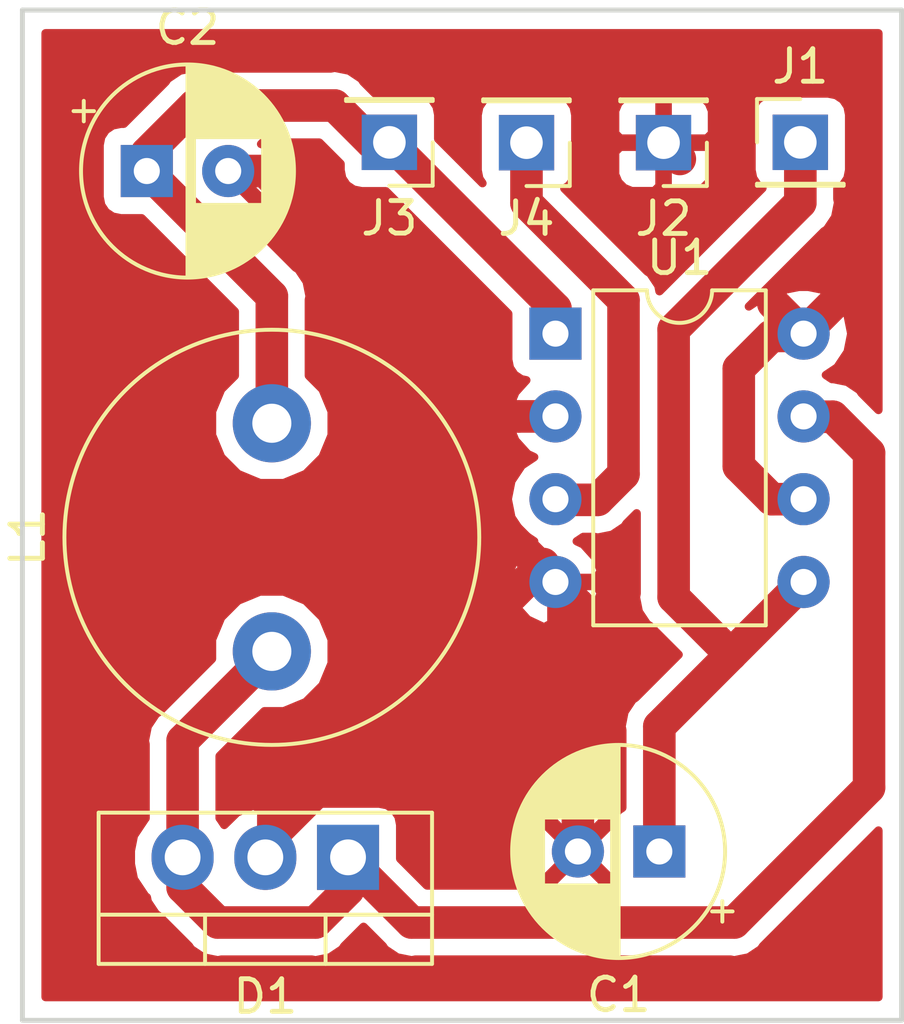
<source format=kicad_pcb>
(kicad_pcb (version 20171130) (host pcbnew "(5.0.0-3-g5ebb6b6)")

  (general
    (thickness 1.6)
    (drawings 4)
    (tracks 57)
    (zones 0)
    (modules 9)
    (nets 6)
  )

  (page A4)
  (layers
    (0 F.Cu signal)
    (31 B.Cu signal)
    (32 B.Adhes user)
    (33 F.Adhes user)
    (34 B.Paste user)
    (35 F.Paste user)
    (36 B.SilkS user)
    (37 F.SilkS user)
    (38 B.Mask user)
    (39 F.Mask user)
    (40 Dwgs.User user)
    (41 Cmts.User user)
    (42 Eco1.User user)
    (43 Eco2.User user)
    (44 Edge.Cuts user)
    (45 Margin user)
    (46 B.CrtYd user)
    (47 F.CrtYd user)
    (48 B.Fab user)
    (49 F.Fab user)
  )

  (setup
    (last_trace_width 1)
    (user_trace_width 1)
    (trace_clearance 0.2)
    (zone_clearance 0.508)
    (zone_45_only no)
    (trace_min 0.2)
    (segment_width 0.2)
    (edge_width 0.15)
    (via_size 0.8)
    (via_drill 0.4)
    (via_min_size 0.4)
    (via_min_drill 0.3)
    (uvia_size 0.3)
    (uvia_drill 0.1)
    (uvias_allowed no)
    (uvia_min_size 0.2)
    (uvia_min_drill 0.1)
    (pcb_text_width 0.3)
    (pcb_text_size 1.5 1.5)
    (mod_edge_width 0.15)
    (mod_text_size 1 1)
    (mod_text_width 0.15)
    (pad_size 1.524 1.524)
    (pad_drill 0.762)
    (pad_to_mask_clearance 0.2)
    (aux_axis_origin 0 0)
    (visible_elements FFFFFF7F)
    (pcbplotparams
      (layerselection 0x010fc_ffffffff)
      (usegerberextensions false)
      (usegerberattributes false)
      (usegerberadvancedattributes false)
      (creategerberjobfile false)
      (excludeedgelayer true)
      (linewidth 0.100000)
      (plotframeref false)
      (viasonmask false)
      (mode 1)
      (useauxorigin false)
      (hpglpennumber 1)
      (hpglpenspeed 20)
      (hpglpendiameter 15.000000)
      (psnegative false)
      (psa4output false)
      (plotreference true)
      (plotvalue true)
      (plotinvisibletext false)
      (padsonsilk false)
      (subtractmaskfromsilk false)
      (outputformat 1)
      (mirror false)
      (drillshape 1)
      (scaleselection 1)
      (outputdirectory ""))
  )

  (net 0 "")
  (net 1 GND)
  (net 2 +VDC)
  (net 3 /ENABLE)
  (net 4 /OUT_Pin)
  (net 5 "Net-(D1-Pad1)")

  (net_class Default "This is the default net class."
    (clearance 0.2)
    (trace_width 0.25)
    (via_dia 0.8)
    (via_drill 0.4)
    (uvia_dia 0.3)
    (uvia_drill 0.1)
    (add_net +VDC)
    (add_net /ENABLE)
    (add_net /OUT_Pin)
    (add_net GND)
    (add_net "Net-(D1-Pad1)")
  )

  (module Capacitor_THT:CP_Radial_D6.3mm_P2.50mm (layer F.Cu) (tedit 5AE50EF0) (tstamp 5C495459)
    (at 132.56 100.82 180)
    (descr "CP, Radial series, Radial, pin pitch=2.50mm, , diameter=6.3mm, Electrolytic Capacitor")
    (tags "CP Radial series Radial pin pitch 2.50mm  diameter 6.3mm Electrolytic Capacitor")
    (path /5C3D112F)
    (fp_text reference C1 (at 1.25 -4.4 180) (layer F.SilkS)
      (effects (font (size 1 1) (thickness 0.15)))
    )
    (fp_text value CP (at 1.25 4.4 180) (layer F.Fab)
      (effects (font (size 1 1) (thickness 0.15)))
    )
    (fp_text user %R (at 1.25 0 180) (layer F.Fab)
      (effects (font (size 1 1) (thickness 0.15)))
    )
    (fp_line (start -1.935241 -2.154) (end -1.935241 -1.524) (layer F.SilkS) (width 0.12))
    (fp_line (start -2.250241 -1.839) (end -1.620241 -1.839) (layer F.SilkS) (width 0.12))
    (fp_line (start 4.491 -0.402) (end 4.491 0.402) (layer F.SilkS) (width 0.12))
    (fp_line (start 4.451 -0.633) (end 4.451 0.633) (layer F.SilkS) (width 0.12))
    (fp_line (start 4.411 -0.802) (end 4.411 0.802) (layer F.SilkS) (width 0.12))
    (fp_line (start 4.371 -0.94) (end 4.371 0.94) (layer F.SilkS) (width 0.12))
    (fp_line (start 4.331 -1.059) (end 4.331 1.059) (layer F.SilkS) (width 0.12))
    (fp_line (start 4.291 -1.165) (end 4.291 1.165) (layer F.SilkS) (width 0.12))
    (fp_line (start 4.251 -1.262) (end 4.251 1.262) (layer F.SilkS) (width 0.12))
    (fp_line (start 4.211 -1.35) (end 4.211 1.35) (layer F.SilkS) (width 0.12))
    (fp_line (start 4.171 -1.432) (end 4.171 1.432) (layer F.SilkS) (width 0.12))
    (fp_line (start 4.131 -1.509) (end 4.131 1.509) (layer F.SilkS) (width 0.12))
    (fp_line (start 4.091 -1.581) (end 4.091 1.581) (layer F.SilkS) (width 0.12))
    (fp_line (start 4.051 -1.65) (end 4.051 1.65) (layer F.SilkS) (width 0.12))
    (fp_line (start 4.011 -1.714) (end 4.011 1.714) (layer F.SilkS) (width 0.12))
    (fp_line (start 3.971 -1.776) (end 3.971 1.776) (layer F.SilkS) (width 0.12))
    (fp_line (start 3.931 -1.834) (end 3.931 1.834) (layer F.SilkS) (width 0.12))
    (fp_line (start 3.891 -1.89) (end 3.891 1.89) (layer F.SilkS) (width 0.12))
    (fp_line (start 3.851 -1.944) (end 3.851 1.944) (layer F.SilkS) (width 0.12))
    (fp_line (start 3.811 -1.995) (end 3.811 1.995) (layer F.SilkS) (width 0.12))
    (fp_line (start 3.771 -2.044) (end 3.771 2.044) (layer F.SilkS) (width 0.12))
    (fp_line (start 3.731 -2.092) (end 3.731 2.092) (layer F.SilkS) (width 0.12))
    (fp_line (start 3.691 -2.137) (end 3.691 2.137) (layer F.SilkS) (width 0.12))
    (fp_line (start 3.651 -2.182) (end 3.651 2.182) (layer F.SilkS) (width 0.12))
    (fp_line (start 3.611 -2.224) (end 3.611 2.224) (layer F.SilkS) (width 0.12))
    (fp_line (start 3.571 -2.265) (end 3.571 2.265) (layer F.SilkS) (width 0.12))
    (fp_line (start 3.531 1.04) (end 3.531 2.305) (layer F.SilkS) (width 0.12))
    (fp_line (start 3.531 -2.305) (end 3.531 -1.04) (layer F.SilkS) (width 0.12))
    (fp_line (start 3.491 1.04) (end 3.491 2.343) (layer F.SilkS) (width 0.12))
    (fp_line (start 3.491 -2.343) (end 3.491 -1.04) (layer F.SilkS) (width 0.12))
    (fp_line (start 3.451 1.04) (end 3.451 2.38) (layer F.SilkS) (width 0.12))
    (fp_line (start 3.451 -2.38) (end 3.451 -1.04) (layer F.SilkS) (width 0.12))
    (fp_line (start 3.411 1.04) (end 3.411 2.416) (layer F.SilkS) (width 0.12))
    (fp_line (start 3.411 -2.416) (end 3.411 -1.04) (layer F.SilkS) (width 0.12))
    (fp_line (start 3.371 1.04) (end 3.371 2.45) (layer F.SilkS) (width 0.12))
    (fp_line (start 3.371 -2.45) (end 3.371 -1.04) (layer F.SilkS) (width 0.12))
    (fp_line (start 3.331 1.04) (end 3.331 2.484) (layer F.SilkS) (width 0.12))
    (fp_line (start 3.331 -2.484) (end 3.331 -1.04) (layer F.SilkS) (width 0.12))
    (fp_line (start 3.291 1.04) (end 3.291 2.516) (layer F.SilkS) (width 0.12))
    (fp_line (start 3.291 -2.516) (end 3.291 -1.04) (layer F.SilkS) (width 0.12))
    (fp_line (start 3.251 1.04) (end 3.251 2.548) (layer F.SilkS) (width 0.12))
    (fp_line (start 3.251 -2.548) (end 3.251 -1.04) (layer F.SilkS) (width 0.12))
    (fp_line (start 3.211 1.04) (end 3.211 2.578) (layer F.SilkS) (width 0.12))
    (fp_line (start 3.211 -2.578) (end 3.211 -1.04) (layer F.SilkS) (width 0.12))
    (fp_line (start 3.171 1.04) (end 3.171 2.607) (layer F.SilkS) (width 0.12))
    (fp_line (start 3.171 -2.607) (end 3.171 -1.04) (layer F.SilkS) (width 0.12))
    (fp_line (start 3.131 1.04) (end 3.131 2.636) (layer F.SilkS) (width 0.12))
    (fp_line (start 3.131 -2.636) (end 3.131 -1.04) (layer F.SilkS) (width 0.12))
    (fp_line (start 3.091 1.04) (end 3.091 2.664) (layer F.SilkS) (width 0.12))
    (fp_line (start 3.091 -2.664) (end 3.091 -1.04) (layer F.SilkS) (width 0.12))
    (fp_line (start 3.051 1.04) (end 3.051 2.69) (layer F.SilkS) (width 0.12))
    (fp_line (start 3.051 -2.69) (end 3.051 -1.04) (layer F.SilkS) (width 0.12))
    (fp_line (start 3.011 1.04) (end 3.011 2.716) (layer F.SilkS) (width 0.12))
    (fp_line (start 3.011 -2.716) (end 3.011 -1.04) (layer F.SilkS) (width 0.12))
    (fp_line (start 2.971 1.04) (end 2.971 2.742) (layer F.SilkS) (width 0.12))
    (fp_line (start 2.971 -2.742) (end 2.971 -1.04) (layer F.SilkS) (width 0.12))
    (fp_line (start 2.931 1.04) (end 2.931 2.766) (layer F.SilkS) (width 0.12))
    (fp_line (start 2.931 -2.766) (end 2.931 -1.04) (layer F.SilkS) (width 0.12))
    (fp_line (start 2.891 1.04) (end 2.891 2.79) (layer F.SilkS) (width 0.12))
    (fp_line (start 2.891 -2.79) (end 2.891 -1.04) (layer F.SilkS) (width 0.12))
    (fp_line (start 2.851 1.04) (end 2.851 2.812) (layer F.SilkS) (width 0.12))
    (fp_line (start 2.851 -2.812) (end 2.851 -1.04) (layer F.SilkS) (width 0.12))
    (fp_line (start 2.811 1.04) (end 2.811 2.834) (layer F.SilkS) (width 0.12))
    (fp_line (start 2.811 -2.834) (end 2.811 -1.04) (layer F.SilkS) (width 0.12))
    (fp_line (start 2.771 1.04) (end 2.771 2.856) (layer F.SilkS) (width 0.12))
    (fp_line (start 2.771 -2.856) (end 2.771 -1.04) (layer F.SilkS) (width 0.12))
    (fp_line (start 2.731 1.04) (end 2.731 2.876) (layer F.SilkS) (width 0.12))
    (fp_line (start 2.731 -2.876) (end 2.731 -1.04) (layer F.SilkS) (width 0.12))
    (fp_line (start 2.691 1.04) (end 2.691 2.896) (layer F.SilkS) (width 0.12))
    (fp_line (start 2.691 -2.896) (end 2.691 -1.04) (layer F.SilkS) (width 0.12))
    (fp_line (start 2.651 1.04) (end 2.651 2.916) (layer F.SilkS) (width 0.12))
    (fp_line (start 2.651 -2.916) (end 2.651 -1.04) (layer F.SilkS) (width 0.12))
    (fp_line (start 2.611 1.04) (end 2.611 2.934) (layer F.SilkS) (width 0.12))
    (fp_line (start 2.611 -2.934) (end 2.611 -1.04) (layer F.SilkS) (width 0.12))
    (fp_line (start 2.571 1.04) (end 2.571 2.952) (layer F.SilkS) (width 0.12))
    (fp_line (start 2.571 -2.952) (end 2.571 -1.04) (layer F.SilkS) (width 0.12))
    (fp_line (start 2.531 1.04) (end 2.531 2.97) (layer F.SilkS) (width 0.12))
    (fp_line (start 2.531 -2.97) (end 2.531 -1.04) (layer F.SilkS) (width 0.12))
    (fp_line (start 2.491 1.04) (end 2.491 2.986) (layer F.SilkS) (width 0.12))
    (fp_line (start 2.491 -2.986) (end 2.491 -1.04) (layer F.SilkS) (width 0.12))
    (fp_line (start 2.451 1.04) (end 2.451 3.002) (layer F.SilkS) (width 0.12))
    (fp_line (start 2.451 -3.002) (end 2.451 -1.04) (layer F.SilkS) (width 0.12))
    (fp_line (start 2.411 1.04) (end 2.411 3.018) (layer F.SilkS) (width 0.12))
    (fp_line (start 2.411 -3.018) (end 2.411 -1.04) (layer F.SilkS) (width 0.12))
    (fp_line (start 2.371 1.04) (end 2.371 3.033) (layer F.SilkS) (width 0.12))
    (fp_line (start 2.371 -3.033) (end 2.371 -1.04) (layer F.SilkS) (width 0.12))
    (fp_line (start 2.331 1.04) (end 2.331 3.047) (layer F.SilkS) (width 0.12))
    (fp_line (start 2.331 -3.047) (end 2.331 -1.04) (layer F.SilkS) (width 0.12))
    (fp_line (start 2.291 1.04) (end 2.291 3.061) (layer F.SilkS) (width 0.12))
    (fp_line (start 2.291 -3.061) (end 2.291 -1.04) (layer F.SilkS) (width 0.12))
    (fp_line (start 2.251 1.04) (end 2.251 3.074) (layer F.SilkS) (width 0.12))
    (fp_line (start 2.251 -3.074) (end 2.251 -1.04) (layer F.SilkS) (width 0.12))
    (fp_line (start 2.211 1.04) (end 2.211 3.086) (layer F.SilkS) (width 0.12))
    (fp_line (start 2.211 -3.086) (end 2.211 -1.04) (layer F.SilkS) (width 0.12))
    (fp_line (start 2.171 1.04) (end 2.171 3.098) (layer F.SilkS) (width 0.12))
    (fp_line (start 2.171 -3.098) (end 2.171 -1.04) (layer F.SilkS) (width 0.12))
    (fp_line (start 2.131 1.04) (end 2.131 3.11) (layer F.SilkS) (width 0.12))
    (fp_line (start 2.131 -3.11) (end 2.131 -1.04) (layer F.SilkS) (width 0.12))
    (fp_line (start 2.091 1.04) (end 2.091 3.121) (layer F.SilkS) (width 0.12))
    (fp_line (start 2.091 -3.121) (end 2.091 -1.04) (layer F.SilkS) (width 0.12))
    (fp_line (start 2.051 1.04) (end 2.051 3.131) (layer F.SilkS) (width 0.12))
    (fp_line (start 2.051 -3.131) (end 2.051 -1.04) (layer F.SilkS) (width 0.12))
    (fp_line (start 2.011 1.04) (end 2.011 3.141) (layer F.SilkS) (width 0.12))
    (fp_line (start 2.011 -3.141) (end 2.011 -1.04) (layer F.SilkS) (width 0.12))
    (fp_line (start 1.971 1.04) (end 1.971 3.15) (layer F.SilkS) (width 0.12))
    (fp_line (start 1.971 -3.15) (end 1.971 -1.04) (layer F.SilkS) (width 0.12))
    (fp_line (start 1.93 1.04) (end 1.93 3.159) (layer F.SilkS) (width 0.12))
    (fp_line (start 1.93 -3.159) (end 1.93 -1.04) (layer F.SilkS) (width 0.12))
    (fp_line (start 1.89 1.04) (end 1.89 3.167) (layer F.SilkS) (width 0.12))
    (fp_line (start 1.89 -3.167) (end 1.89 -1.04) (layer F.SilkS) (width 0.12))
    (fp_line (start 1.85 1.04) (end 1.85 3.175) (layer F.SilkS) (width 0.12))
    (fp_line (start 1.85 -3.175) (end 1.85 -1.04) (layer F.SilkS) (width 0.12))
    (fp_line (start 1.81 1.04) (end 1.81 3.182) (layer F.SilkS) (width 0.12))
    (fp_line (start 1.81 -3.182) (end 1.81 -1.04) (layer F.SilkS) (width 0.12))
    (fp_line (start 1.77 1.04) (end 1.77 3.189) (layer F.SilkS) (width 0.12))
    (fp_line (start 1.77 -3.189) (end 1.77 -1.04) (layer F.SilkS) (width 0.12))
    (fp_line (start 1.73 1.04) (end 1.73 3.195) (layer F.SilkS) (width 0.12))
    (fp_line (start 1.73 -3.195) (end 1.73 -1.04) (layer F.SilkS) (width 0.12))
    (fp_line (start 1.69 1.04) (end 1.69 3.201) (layer F.SilkS) (width 0.12))
    (fp_line (start 1.69 -3.201) (end 1.69 -1.04) (layer F.SilkS) (width 0.12))
    (fp_line (start 1.65 1.04) (end 1.65 3.206) (layer F.SilkS) (width 0.12))
    (fp_line (start 1.65 -3.206) (end 1.65 -1.04) (layer F.SilkS) (width 0.12))
    (fp_line (start 1.61 1.04) (end 1.61 3.211) (layer F.SilkS) (width 0.12))
    (fp_line (start 1.61 -3.211) (end 1.61 -1.04) (layer F.SilkS) (width 0.12))
    (fp_line (start 1.57 1.04) (end 1.57 3.215) (layer F.SilkS) (width 0.12))
    (fp_line (start 1.57 -3.215) (end 1.57 -1.04) (layer F.SilkS) (width 0.12))
    (fp_line (start 1.53 1.04) (end 1.53 3.218) (layer F.SilkS) (width 0.12))
    (fp_line (start 1.53 -3.218) (end 1.53 -1.04) (layer F.SilkS) (width 0.12))
    (fp_line (start 1.49 1.04) (end 1.49 3.222) (layer F.SilkS) (width 0.12))
    (fp_line (start 1.49 -3.222) (end 1.49 -1.04) (layer F.SilkS) (width 0.12))
    (fp_line (start 1.45 -3.224) (end 1.45 3.224) (layer F.SilkS) (width 0.12))
    (fp_line (start 1.41 -3.227) (end 1.41 3.227) (layer F.SilkS) (width 0.12))
    (fp_line (start 1.37 -3.228) (end 1.37 3.228) (layer F.SilkS) (width 0.12))
    (fp_line (start 1.33 -3.23) (end 1.33 3.23) (layer F.SilkS) (width 0.12))
    (fp_line (start 1.29 -3.23) (end 1.29 3.23) (layer F.SilkS) (width 0.12))
    (fp_line (start 1.25 -3.23) (end 1.25 3.23) (layer F.SilkS) (width 0.12))
    (fp_line (start -1.128972 -1.6885) (end -1.128972 -1.0585) (layer F.Fab) (width 0.1))
    (fp_line (start -1.443972 -1.3735) (end -0.813972 -1.3735) (layer F.Fab) (width 0.1))
    (fp_circle (center 1.25 0) (end 4.65 0) (layer F.CrtYd) (width 0.05))
    (fp_circle (center 1.25 0) (end 4.52 0) (layer F.SilkS) (width 0.12))
    (fp_circle (center 1.25 0) (end 4.4 0) (layer F.Fab) (width 0.1))
    (pad 2 thru_hole circle (at 2.5 0 180) (size 1.6 1.6) (drill 0.8) (layers *.Cu *.Mask)
      (net 1 GND))
    (pad 1 thru_hole rect (at 0 0 180) (size 1.6 1.6) (drill 0.8) (layers *.Cu *.Mask)
      (net 2 +VDC))
    (model ${KISYS3DMOD}/Capacitor_THT.3dshapes/CP_Radial_D6.3mm_P2.50mm.wrl
      (at (xyz 0 0 0))
      (scale (xyz 1 1 1))
      (rotate (xyz 0 0 0))
    )
  )

  (module Capacitor_THT:CP_Radial_D6.3mm_P2.50mm (layer F.Cu) (tedit 5AE50EF0) (tstamp 5C4954ED)
    (at 116.82 79.94)
    (descr "CP, Radial series, Radial, pin pitch=2.50mm, , diameter=6.3mm, Electrolytic Capacitor")
    (tags "CP Radial series Radial pin pitch 2.50mm  diameter 6.3mm Electrolytic Capacitor")
    (path /5C3D1036)
    (fp_text reference C2 (at 1.25 -4.4) (layer F.SilkS)
      (effects (font (size 1 1) (thickness 0.15)))
    )
    (fp_text value CP (at 1.25 4.4) (layer F.Fab)
      (effects (font (size 1 1) (thickness 0.15)))
    )
    (fp_circle (center 1.25 0) (end 4.4 0) (layer F.Fab) (width 0.1))
    (fp_circle (center 1.25 0) (end 4.52 0) (layer F.SilkS) (width 0.12))
    (fp_circle (center 1.25 0) (end 4.65 0) (layer F.CrtYd) (width 0.05))
    (fp_line (start -1.443972 -1.3735) (end -0.813972 -1.3735) (layer F.Fab) (width 0.1))
    (fp_line (start -1.128972 -1.6885) (end -1.128972 -1.0585) (layer F.Fab) (width 0.1))
    (fp_line (start 1.25 -3.23) (end 1.25 3.23) (layer F.SilkS) (width 0.12))
    (fp_line (start 1.29 -3.23) (end 1.29 3.23) (layer F.SilkS) (width 0.12))
    (fp_line (start 1.33 -3.23) (end 1.33 3.23) (layer F.SilkS) (width 0.12))
    (fp_line (start 1.37 -3.228) (end 1.37 3.228) (layer F.SilkS) (width 0.12))
    (fp_line (start 1.41 -3.227) (end 1.41 3.227) (layer F.SilkS) (width 0.12))
    (fp_line (start 1.45 -3.224) (end 1.45 3.224) (layer F.SilkS) (width 0.12))
    (fp_line (start 1.49 -3.222) (end 1.49 -1.04) (layer F.SilkS) (width 0.12))
    (fp_line (start 1.49 1.04) (end 1.49 3.222) (layer F.SilkS) (width 0.12))
    (fp_line (start 1.53 -3.218) (end 1.53 -1.04) (layer F.SilkS) (width 0.12))
    (fp_line (start 1.53 1.04) (end 1.53 3.218) (layer F.SilkS) (width 0.12))
    (fp_line (start 1.57 -3.215) (end 1.57 -1.04) (layer F.SilkS) (width 0.12))
    (fp_line (start 1.57 1.04) (end 1.57 3.215) (layer F.SilkS) (width 0.12))
    (fp_line (start 1.61 -3.211) (end 1.61 -1.04) (layer F.SilkS) (width 0.12))
    (fp_line (start 1.61 1.04) (end 1.61 3.211) (layer F.SilkS) (width 0.12))
    (fp_line (start 1.65 -3.206) (end 1.65 -1.04) (layer F.SilkS) (width 0.12))
    (fp_line (start 1.65 1.04) (end 1.65 3.206) (layer F.SilkS) (width 0.12))
    (fp_line (start 1.69 -3.201) (end 1.69 -1.04) (layer F.SilkS) (width 0.12))
    (fp_line (start 1.69 1.04) (end 1.69 3.201) (layer F.SilkS) (width 0.12))
    (fp_line (start 1.73 -3.195) (end 1.73 -1.04) (layer F.SilkS) (width 0.12))
    (fp_line (start 1.73 1.04) (end 1.73 3.195) (layer F.SilkS) (width 0.12))
    (fp_line (start 1.77 -3.189) (end 1.77 -1.04) (layer F.SilkS) (width 0.12))
    (fp_line (start 1.77 1.04) (end 1.77 3.189) (layer F.SilkS) (width 0.12))
    (fp_line (start 1.81 -3.182) (end 1.81 -1.04) (layer F.SilkS) (width 0.12))
    (fp_line (start 1.81 1.04) (end 1.81 3.182) (layer F.SilkS) (width 0.12))
    (fp_line (start 1.85 -3.175) (end 1.85 -1.04) (layer F.SilkS) (width 0.12))
    (fp_line (start 1.85 1.04) (end 1.85 3.175) (layer F.SilkS) (width 0.12))
    (fp_line (start 1.89 -3.167) (end 1.89 -1.04) (layer F.SilkS) (width 0.12))
    (fp_line (start 1.89 1.04) (end 1.89 3.167) (layer F.SilkS) (width 0.12))
    (fp_line (start 1.93 -3.159) (end 1.93 -1.04) (layer F.SilkS) (width 0.12))
    (fp_line (start 1.93 1.04) (end 1.93 3.159) (layer F.SilkS) (width 0.12))
    (fp_line (start 1.971 -3.15) (end 1.971 -1.04) (layer F.SilkS) (width 0.12))
    (fp_line (start 1.971 1.04) (end 1.971 3.15) (layer F.SilkS) (width 0.12))
    (fp_line (start 2.011 -3.141) (end 2.011 -1.04) (layer F.SilkS) (width 0.12))
    (fp_line (start 2.011 1.04) (end 2.011 3.141) (layer F.SilkS) (width 0.12))
    (fp_line (start 2.051 -3.131) (end 2.051 -1.04) (layer F.SilkS) (width 0.12))
    (fp_line (start 2.051 1.04) (end 2.051 3.131) (layer F.SilkS) (width 0.12))
    (fp_line (start 2.091 -3.121) (end 2.091 -1.04) (layer F.SilkS) (width 0.12))
    (fp_line (start 2.091 1.04) (end 2.091 3.121) (layer F.SilkS) (width 0.12))
    (fp_line (start 2.131 -3.11) (end 2.131 -1.04) (layer F.SilkS) (width 0.12))
    (fp_line (start 2.131 1.04) (end 2.131 3.11) (layer F.SilkS) (width 0.12))
    (fp_line (start 2.171 -3.098) (end 2.171 -1.04) (layer F.SilkS) (width 0.12))
    (fp_line (start 2.171 1.04) (end 2.171 3.098) (layer F.SilkS) (width 0.12))
    (fp_line (start 2.211 -3.086) (end 2.211 -1.04) (layer F.SilkS) (width 0.12))
    (fp_line (start 2.211 1.04) (end 2.211 3.086) (layer F.SilkS) (width 0.12))
    (fp_line (start 2.251 -3.074) (end 2.251 -1.04) (layer F.SilkS) (width 0.12))
    (fp_line (start 2.251 1.04) (end 2.251 3.074) (layer F.SilkS) (width 0.12))
    (fp_line (start 2.291 -3.061) (end 2.291 -1.04) (layer F.SilkS) (width 0.12))
    (fp_line (start 2.291 1.04) (end 2.291 3.061) (layer F.SilkS) (width 0.12))
    (fp_line (start 2.331 -3.047) (end 2.331 -1.04) (layer F.SilkS) (width 0.12))
    (fp_line (start 2.331 1.04) (end 2.331 3.047) (layer F.SilkS) (width 0.12))
    (fp_line (start 2.371 -3.033) (end 2.371 -1.04) (layer F.SilkS) (width 0.12))
    (fp_line (start 2.371 1.04) (end 2.371 3.033) (layer F.SilkS) (width 0.12))
    (fp_line (start 2.411 -3.018) (end 2.411 -1.04) (layer F.SilkS) (width 0.12))
    (fp_line (start 2.411 1.04) (end 2.411 3.018) (layer F.SilkS) (width 0.12))
    (fp_line (start 2.451 -3.002) (end 2.451 -1.04) (layer F.SilkS) (width 0.12))
    (fp_line (start 2.451 1.04) (end 2.451 3.002) (layer F.SilkS) (width 0.12))
    (fp_line (start 2.491 -2.986) (end 2.491 -1.04) (layer F.SilkS) (width 0.12))
    (fp_line (start 2.491 1.04) (end 2.491 2.986) (layer F.SilkS) (width 0.12))
    (fp_line (start 2.531 -2.97) (end 2.531 -1.04) (layer F.SilkS) (width 0.12))
    (fp_line (start 2.531 1.04) (end 2.531 2.97) (layer F.SilkS) (width 0.12))
    (fp_line (start 2.571 -2.952) (end 2.571 -1.04) (layer F.SilkS) (width 0.12))
    (fp_line (start 2.571 1.04) (end 2.571 2.952) (layer F.SilkS) (width 0.12))
    (fp_line (start 2.611 -2.934) (end 2.611 -1.04) (layer F.SilkS) (width 0.12))
    (fp_line (start 2.611 1.04) (end 2.611 2.934) (layer F.SilkS) (width 0.12))
    (fp_line (start 2.651 -2.916) (end 2.651 -1.04) (layer F.SilkS) (width 0.12))
    (fp_line (start 2.651 1.04) (end 2.651 2.916) (layer F.SilkS) (width 0.12))
    (fp_line (start 2.691 -2.896) (end 2.691 -1.04) (layer F.SilkS) (width 0.12))
    (fp_line (start 2.691 1.04) (end 2.691 2.896) (layer F.SilkS) (width 0.12))
    (fp_line (start 2.731 -2.876) (end 2.731 -1.04) (layer F.SilkS) (width 0.12))
    (fp_line (start 2.731 1.04) (end 2.731 2.876) (layer F.SilkS) (width 0.12))
    (fp_line (start 2.771 -2.856) (end 2.771 -1.04) (layer F.SilkS) (width 0.12))
    (fp_line (start 2.771 1.04) (end 2.771 2.856) (layer F.SilkS) (width 0.12))
    (fp_line (start 2.811 -2.834) (end 2.811 -1.04) (layer F.SilkS) (width 0.12))
    (fp_line (start 2.811 1.04) (end 2.811 2.834) (layer F.SilkS) (width 0.12))
    (fp_line (start 2.851 -2.812) (end 2.851 -1.04) (layer F.SilkS) (width 0.12))
    (fp_line (start 2.851 1.04) (end 2.851 2.812) (layer F.SilkS) (width 0.12))
    (fp_line (start 2.891 -2.79) (end 2.891 -1.04) (layer F.SilkS) (width 0.12))
    (fp_line (start 2.891 1.04) (end 2.891 2.79) (layer F.SilkS) (width 0.12))
    (fp_line (start 2.931 -2.766) (end 2.931 -1.04) (layer F.SilkS) (width 0.12))
    (fp_line (start 2.931 1.04) (end 2.931 2.766) (layer F.SilkS) (width 0.12))
    (fp_line (start 2.971 -2.742) (end 2.971 -1.04) (layer F.SilkS) (width 0.12))
    (fp_line (start 2.971 1.04) (end 2.971 2.742) (layer F.SilkS) (width 0.12))
    (fp_line (start 3.011 -2.716) (end 3.011 -1.04) (layer F.SilkS) (width 0.12))
    (fp_line (start 3.011 1.04) (end 3.011 2.716) (layer F.SilkS) (width 0.12))
    (fp_line (start 3.051 -2.69) (end 3.051 -1.04) (layer F.SilkS) (width 0.12))
    (fp_line (start 3.051 1.04) (end 3.051 2.69) (layer F.SilkS) (width 0.12))
    (fp_line (start 3.091 -2.664) (end 3.091 -1.04) (layer F.SilkS) (width 0.12))
    (fp_line (start 3.091 1.04) (end 3.091 2.664) (layer F.SilkS) (width 0.12))
    (fp_line (start 3.131 -2.636) (end 3.131 -1.04) (layer F.SilkS) (width 0.12))
    (fp_line (start 3.131 1.04) (end 3.131 2.636) (layer F.SilkS) (width 0.12))
    (fp_line (start 3.171 -2.607) (end 3.171 -1.04) (layer F.SilkS) (width 0.12))
    (fp_line (start 3.171 1.04) (end 3.171 2.607) (layer F.SilkS) (width 0.12))
    (fp_line (start 3.211 -2.578) (end 3.211 -1.04) (layer F.SilkS) (width 0.12))
    (fp_line (start 3.211 1.04) (end 3.211 2.578) (layer F.SilkS) (width 0.12))
    (fp_line (start 3.251 -2.548) (end 3.251 -1.04) (layer F.SilkS) (width 0.12))
    (fp_line (start 3.251 1.04) (end 3.251 2.548) (layer F.SilkS) (width 0.12))
    (fp_line (start 3.291 -2.516) (end 3.291 -1.04) (layer F.SilkS) (width 0.12))
    (fp_line (start 3.291 1.04) (end 3.291 2.516) (layer F.SilkS) (width 0.12))
    (fp_line (start 3.331 -2.484) (end 3.331 -1.04) (layer F.SilkS) (width 0.12))
    (fp_line (start 3.331 1.04) (end 3.331 2.484) (layer F.SilkS) (width 0.12))
    (fp_line (start 3.371 -2.45) (end 3.371 -1.04) (layer F.SilkS) (width 0.12))
    (fp_line (start 3.371 1.04) (end 3.371 2.45) (layer F.SilkS) (width 0.12))
    (fp_line (start 3.411 -2.416) (end 3.411 -1.04) (layer F.SilkS) (width 0.12))
    (fp_line (start 3.411 1.04) (end 3.411 2.416) (layer F.SilkS) (width 0.12))
    (fp_line (start 3.451 -2.38) (end 3.451 -1.04) (layer F.SilkS) (width 0.12))
    (fp_line (start 3.451 1.04) (end 3.451 2.38) (layer F.SilkS) (width 0.12))
    (fp_line (start 3.491 -2.343) (end 3.491 -1.04) (layer F.SilkS) (width 0.12))
    (fp_line (start 3.491 1.04) (end 3.491 2.343) (layer F.SilkS) (width 0.12))
    (fp_line (start 3.531 -2.305) (end 3.531 -1.04) (layer F.SilkS) (width 0.12))
    (fp_line (start 3.531 1.04) (end 3.531 2.305) (layer F.SilkS) (width 0.12))
    (fp_line (start 3.571 -2.265) (end 3.571 2.265) (layer F.SilkS) (width 0.12))
    (fp_line (start 3.611 -2.224) (end 3.611 2.224) (layer F.SilkS) (width 0.12))
    (fp_line (start 3.651 -2.182) (end 3.651 2.182) (layer F.SilkS) (width 0.12))
    (fp_line (start 3.691 -2.137) (end 3.691 2.137) (layer F.SilkS) (width 0.12))
    (fp_line (start 3.731 -2.092) (end 3.731 2.092) (layer F.SilkS) (width 0.12))
    (fp_line (start 3.771 -2.044) (end 3.771 2.044) (layer F.SilkS) (width 0.12))
    (fp_line (start 3.811 -1.995) (end 3.811 1.995) (layer F.SilkS) (width 0.12))
    (fp_line (start 3.851 -1.944) (end 3.851 1.944) (layer F.SilkS) (width 0.12))
    (fp_line (start 3.891 -1.89) (end 3.891 1.89) (layer F.SilkS) (width 0.12))
    (fp_line (start 3.931 -1.834) (end 3.931 1.834) (layer F.SilkS) (width 0.12))
    (fp_line (start 3.971 -1.776) (end 3.971 1.776) (layer F.SilkS) (width 0.12))
    (fp_line (start 4.011 -1.714) (end 4.011 1.714) (layer F.SilkS) (width 0.12))
    (fp_line (start 4.051 -1.65) (end 4.051 1.65) (layer F.SilkS) (width 0.12))
    (fp_line (start 4.091 -1.581) (end 4.091 1.581) (layer F.SilkS) (width 0.12))
    (fp_line (start 4.131 -1.509) (end 4.131 1.509) (layer F.SilkS) (width 0.12))
    (fp_line (start 4.171 -1.432) (end 4.171 1.432) (layer F.SilkS) (width 0.12))
    (fp_line (start 4.211 -1.35) (end 4.211 1.35) (layer F.SilkS) (width 0.12))
    (fp_line (start 4.251 -1.262) (end 4.251 1.262) (layer F.SilkS) (width 0.12))
    (fp_line (start 4.291 -1.165) (end 4.291 1.165) (layer F.SilkS) (width 0.12))
    (fp_line (start 4.331 -1.059) (end 4.331 1.059) (layer F.SilkS) (width 0.12))
    (fp_line (start 4.371 -0.94) (end 4.371 0.94) (layer F.SilkS) (width 0.12))
    (fp_line (start 4.411 -0.802) (end 4.411 0.802) (layer F.SilkS) (width 0.12))
    (fp_line (start 4.451 -0.633) (end 4.451 0.633) (layer F.SilkS) (width 0.12))
    (fp_line (start 4.491 -0.402) (end 4.491 0.402) (layer F.SilkS) (width 0.12))
    (fp_line (start -2.250241 -1.839) (end -1.620241 -1.839) (layer F.SilkS) (width 0.12))
    (fp_line (start -1.935241 -2.154) (end -1.935241 -1.524) (layer F.SilkS) (width 0.12))
    (fp_text user %R (at 1.25 0) (layer F.Fab)
      (effects (font (size 1 1) (thickness 0.15)))
    )
    (pad 1 thru_hole rect (at 0 0) (size 1.6 1.6) (drill 0.8) (layers *.Cu *.Mask)
      (net 4 /OUT_Pin))
    (pad 2 thru_hole circle (at 2.5 0) (size 1.6 1.6) (drill 0.8) (layers *.Cu *.Mask)
      (net 1 GND))
    (model ${KISYS3DMOD}/Capacitor_THT.3dshapes/CP_Radial_D6.3mm_P2.50mm.wrl
      (at (xyz 0 0 0))
      (scale (xyz 1 1 1))
      (rotate (xyz 0 0 0))
    )
  )

  (module Package_TO_SOT_THT:TO-220-3_Vertical (layer F.Cu) (tedit 5AC8BA0D) (tstamp 5C495507)
    (at 123 101 180)
    (descr "TO-220-3, Vertical, RM 2.54mm, see https://www.vishay.com/docs/66542/to-220-1.pdf")
    (tags "TO-220-3 Vertical RM 2.54mm")
    (path /5C3D0745)
    (fp_text reference D1 (at 2.54 -4.27 180) (layer F.SilkS)
      (effects (font (size 1 1) (thickness 0.15)))
    )
    (fp_text value D_Schottky (at 2.54 2.5) (layer F.Fab)
      (effects (font (size 1 1) (thickness 0.15)))
    )
    (fp_line (start -2.46 -3.15) (end -2.46 1.25) (layer F.Fab) (width 0.1))
    (fp_line (start -2.46 1.25) (end 7.54 1.25) (layer F.Fab) (width 0.1))
    (fp_line (start 7.54 1.25) (end 7.54 -3.15) (layer F.Fab) (width 0.1))
    (fp_line (start 7.54 -3.15) (end -2.46 -3.15) (layer F.Fab) (width 0.1))
    (fp_line (start -2.46 -1.88) (end 7.54 -1.88) (layer F.Fab) (width 0.1))
    (fp_line (start 0.69 -3.15) (end 0.69 -1.88) (layer F.Fab) (width 0.1))
    (fp_line (start 4.39 -3.15) (end 4.39 -1.88) (layer F.Fab) (width 0.1))
    (fp_line (start -2.58 -3.27) (end 7.66 -3.27) (layer F.SilkS) (width 0.12))
    (fp_line (start -2.58 1.371) (end 7.66 1.371) (layer F.SilkS) (width 0.12))
    (fp_line (start -2.58 -3.27) (end -2.58 1.371) (layer F.SilkS) (width 0.12))
    (fp_line (start 7.66 -3.27) (end 7.66 1.371) (layer F.SilkS) (width 0.12))
    (fp_line (start -2.58 -1.76) (end 7.66 -1.76) (layer F.SilkS) (width 0.12))
    (fp_line (start 0.69 -3.27) (end 0.69 -1.76) (layer F.SilkS) (width 0.12))
    (fp_line (start 4.391 -3.27) (end 4.391 -1.76) (layer F.SilkS) (width 0.12))
    (fp_line (start -2.71 -3.4) (end -2.71 1.51) (layer F.CrtYd) (width 0.05))
    (fp_line (start -2.71 1.51) (end 7.79 1.51) (layer F.CrtYd) (width 0.05))
    (fp_line (start 7.79 1.51) (end 7.79 -3.4) (layer F.CrtYd) (width 0.05))
    (fp_line (start 7.79 -3.4) (end -2.71 -3.4) (layer F.CrtYd) (width 0.05))
    (fp_text user %R (at 2.54 -4.27 180) (layer F.Fab)
      (effects (font (size 1 1) (thickness 0.15)))
    )
    (pad 1 thru_hole rect (at 0 0 180) (size 1.905 2) (drill 1.1) (layers *.Cu *.Mask)
      (net 5 "Net-(D1-Pad1)"))
    (pad 2 thru_hole oval (at 2.54 0 180) (size 1.905 2) (drill 1.1) (layers *.Cu *.Mask)
      (net 1 GND))
    (pad 3 thru_hole oval (at 5.08 0 180) (size 1.905 2) (drill 1.1) (layers *.Cu *.Mask)
      (net 5 "Net-(D1-Pad1)"))
    (model ${KISYS3DMOD}/Package_TO_SOT_THT.3dshapes/TO-220-3_Vertical.wrl
      (at (xyz 0 0 0))
      (scale (xyz 1 1 1))
      (rotate (xyz 0 0 0))
    )
  )

  (module Inductor_THT:L_Radial_D12.5mm_P7.00mm_Fastron_09HCP (layer F.Cu) (tedit 5AE59B06) (tstamp 5C4955A9)
    (at 120.66 94.68 90)
    (descr "Inductor, Radial series, Radial, pin pitch=7.00mm, , diameter=12.5mm, Fastron, 09HCP, http://cdn-reichelt.de/documents/datenblatt/B400/DS_09HCP.pdf")
    (tags "Inductor Radial series Radial pin pitch 7.00mm  diameter 12.5mm Fastron 09HCP")
    (path /5C3D0931)
    (fp_text reference L1 (at 3.5 -7.5 90) (layer F.SilkS)
      (effects (font (size 1 1) (thickness 0.15)))
    )
    (fp_text value L (at 3.5 7.5 90) (layer F.Fab)
      (effects (font (size 1 1) (thickness 0.15)))
    )
    (fp_circle (center 3.5 0) (end 9.75 0) (layer F.Fab) (width 0.1))
    (fp_circle (center 3.5 0) (end 9.87 0) (layer F.SilkS) (width 0.12))
    (fp_circle (center 3.5 0) (end 10 0) (layer F.CrtYd) (width 0.05))
    (fp_text user %R (at 3.5 0 90) (layer F.Fab)
      (effects (font (size 1 1) (thickness 0.15)))
    )
    (pad 1 thru_hole circle (at 0 0 90) (size 2.4 2.4) (drill 1.2) (layers *.Cu *.Mask)
      (net 5 "Net-(D1-Pad1)"))
    (pad 2 thru_hole circle (at 7 0 90) (size 2.4 2.4) (drill 1.2) (layers *.Cu *.Mask)
      (net 4 /OUT_Pin))
    (model ${KISYS3DMOD}/Inductor_THT.3dshapes/L_Radial_D12.5mm_P7.00mm_Fastron_09HCP.wrl
      (at (xyz 0 0 0))
      (scale (xyz 1 1 1))
      (rotate (xyz 0 0 0))
    )
  )

  (module Package_DIP:DIP-8_W7.62mm (layer F.Cu) (tedit 5A02E8C5) (tstamp 5C4969B5)
    (at 129.37 84.93)
    (descr "8-lead though-hole mounted DIP package, row spacing 7.62 mm (300 mils)")
    (tags "THT DIP DIL PDIP 2.54mm 7.62mm 300mil")
    (path /5C3D05D7)
    (fp_text reference U1 (at 3.81 -2.33) (layer F.SilkS)
      (effects (font (size 1 1) (thickness 0.15)))
    )
    (fp_text value LM2574N-12 (at 3.81 9.95) (layer F.Fab)
      (effects (font (size 1 1) (thickness 0.15)))
    )
    (fp_arc (start 3.81 -1.33) (end 2.81 -1.33) (angle -180) (layer F.SilkS) (width 0.12))
    (fp_line (start 1.635 -1.27) (end 6.985 -1.27) (layer F.Fab) (width 0.1))
    (fp_line (start 6.985 -1.27) (end 6.985 8.89) (layer F.Fab) (width 0.1))
    (fp_line (start 6.985 8.89) (end 0.635 8.89) (layer F.Fab) (width 0.1))
    (fp_line (start 0.635 8.89) (end 0.635 -0.27) (layer F.Fab) (width 0.1))
    (fp_line (start 0.635 -0.27) (end 1.635 -1.27) (layer F.Fab) (width 0.1))
    (fp_line (start 2.81 -1.33) (end 1.16 -1.33) (layer F.SilkS) (width 0.12))
    (fp_line (start 1.16 -1.33) (end 1.16 8.95) (layer F.SilkS) (width 0.12))
    (fp_line (start 1.16 8.95) (end 6.46 8.95) (layer F.SilkS) (width 0.12))
    (fp_line (start 6.46 8.95) (end 6.46 -1.33) (layer F.SilkS) (width 0.12))
    (fp_line (start 6.46 -1.33) (end 4.81 -1.33) (layer F.SilkS) (width 0.12))
    (fp_line (start -1.1 -1.55) (end -1.1 9.15) (layer F.CrtYd) (width 0.05))
    (fp_line (start -1.1 9.15) (end 8.7 9.15) (layer F.CrtYd) (width 0.05))
    (fp_line (start 8.7 9.15) (end 8.7 -1.55) (layer F.CrtYd) (width 0.05))
    (fp_line (start 8.7 -1.55) (end -1.1 -1.55) (layer F.CrtYd) (width 0.05))
    (fp_text user %R (at 3.81 3.81) (layer F.Fab)
      (effects (font (size 1 1) (thickness 0.15)))
    )
    (pad 1 thru_hole rect (at 0 0) (size 1.6 1.6) (drill 0.8) (layers *.Cu *.Mask)
      (net 4 /OUT_Pin))
    (pad 5 thru_hole oval (at 7.62 7.62) (size 1.6 1.6) (drill 0.8) (layers *.Cu *.Mask)
      (net 2 +VDC))
    (pad 2 thru_hole oval (at 0 2.54) (size 1.6 1.6) (drill 0.8) (layers *.Cu *.Mask)
      (net 1 GND))
    (pad 6 thru_hole oval (at 7.62 5.08) (size 1.6 1.6) (drill 0.8) (layers *.Cu *.Mask))
    (pad 3 thru_hole oval (at 0 5.08) (size 1.6 1.6) (drill 0.8) (layers *.Cu *.Mask)
      (net 3 /ENABLE))
    (pad 7 thru_hole oval (at 7.62 2.54) (size 1.6 1.6) (drill 0.8) (layers *.Cu *.Mask)
      (net 5 "Net-(D1-Pad1)"))
    (pad 4 thru_hole oval (at 0 7.62) (size 1.6 1.6) (drill 0.8) (layers *.Cu *.Mask)
      (net 1 GND))
    (pad 8 thru_hole oval (at 7.62 0) (size 1.6 1.6) (drill 0.8) (layers *.Cu *.Mask))
    (model ${KISYS3DMOD}/Package_DIP.3dshapes/DIP-8_W7.62mm.wrl
      (at (xyz 0 0 0))
      (scale (xyz 1 1 1))
      (rotate (xyz 0 0 0))
    )
  )

  (module Connector_PinHeader_2.54mm:PinHeader_1x01_P2.54mm_Vertical (layer F.Cu) (tedit 59FED5CC) (tstamp 5C496913)
    (at 136.89 79.06)
    (descr "Through hole straight pin header, 1x01, 2.54mm pitch, single row")
    (tags "Through hole pin header THT 1x01 2.54mm single row")
    (path /5C3D19CC)
    (fp_text reference J1 (at 0 -2.33) (layer F.SilkS)
      (effects (font (size 1 1) (thickness 0.15)))
    )
    (fp_text value 18VIn (at 0 2.33) (layer F.Fab)
      (effects (font (size 1 1) (thickness 0.15)))
    )
    (fp_line (start -0.635 -1.27) (end 1.27 -1.27) (layer F.Fab) (width 0.1))
    (fp_line (start 1.27 -1.27) (end 1.27 1.27) (layer F.Fab) (width 0.1))
    (fp_line (start 1.27 1.27) (end -1.27 1.27) (layer F.Fab) (width 0.1))
    (fp_line (start -1.27 1.27) (end -1.27 -0.635) (layer F.Fab) (width 0.1))
    (fp_line (start -1.27 -0.635) (end -0.635 -1.27) (layer F.Fab) (width 0.1))
    (fp_line (start -1.33 1.33) (end 1.33 1.33) (layer F.SilkS) (width 0.12))
    (fp_line (start -1.33 1.27) (end -1.33 1.33) (layer F.SilkS) (width 0.12))
    (fp_line (start 1.33 1.27) (end 1.33 1.33) (layer F.SilkS) (width 0.12))
    (fp_line (start -1.33 1.27) (end 1.33 1.27) (layer F.SilkS) (width 0.12))
    (fp_line (start -1.33 0) (end -1.33 -1.33) (layer F.SilkS) (width 0.12))
    (fp_line (start -1.33 -1.33) (end 0 -1.33) (layer F.SilkS) (width 0.12))
    (fp_line (start -1.8 -1.8) (end -1.8 1.8) (layer F.CrtYd) (width 0.05))
    (fp_line (start -1.8 1.8) (end 1.8 1.8) (layer F.CrtYd) (width 0.05))
    (fp_line (start 1.8 1.8) (end 1.8 -1.8) (layer F.CrtYd) (width 0.05))
    (fp_line (start 1.8 -1.8) (end -1.8 -1.8) (layer F.CrtYd) (width 0.05))
    (fp_text user %R (at 0 0 90) (layer F.Fab)
      (effects (font (size 1 1) (thickness 0.15)))
    )
    (pad 1 thru_hole rect (at 0 0) (size 1.7 1.7) (drill 1) (layers *.Cu *.Mask)
      (net 2 +VDC))
    (model ${KISYS3DMOD}/Connector_PinHeader_2.54mm.3dshapes/PinHeader_1x01_P2.54mm_Vertical.wrl
      (at (xyz 0 0 0))
      (scale (xyz 1 1 1))
      (rotate (xyz 0 0 0))
    )
  )

  (module Connector_PinHeader_2.54mm:PinHeader_1x01_P2.54mm_Vertical (layer F.Cu) (tedit 59FED5CC) (tstamp 5C498685)
    (at 132.69 79.07 180)
    (descr "Through hole straight pin header, 1x01, 2.54mm pitch, single row")
    (tags "Through hole pin header THT 1x01 2.54mm single row")
    (path /5C3D1C08)
    (fp_text reference J2 (at 0 -2.33 180) (layer F.SilkS)
      (effects (font (size 1 1) (thickness 0.15)))
    )
    (fp_text value GNDIn (at 0 2.33 180) (layer F.Fab)
      (effects (font (size 1 1) (thickness 0.15)))
    )
    (fp_text user %R (at 0 0 270) (layer F.Fab)
      (effects (font (size 1 1) (thickness 0.15)))
    )
    (fp_line (start 1.8 -1.8) (end -1.8 -1.8) (layer F.CrtYd) (width 0.05))
    (fp_line (start 1.8 1.8) (end 1.8 -1.8) (layer F.CrtYd) (width 0.05))
    (fp_line (start -1.8 1.8) (end 1.8 1.8) (layer F.CrtYd) (width 0.05))
    (fp_line (start -1.8 -1.8) (end -1.8 1.8) (layer F.CrtYd) (width 0.05))
    (fp_line (start -1.33 -1.33) (end 0 -1.33) (layer F.SilkS) (width 0.12))
    (fp_line (start -1.33 0) (end -1.33 -1.33) (layer F.SilkS) (width 0.12))
    (fp_line (start -1.33 1.27) (end 1.33 1.27) (layer F.SilkS) (width 0.12))
    (fp_line (start 1.33 1.27) (end 1.33 1.33) (layer F.SilkS) (width 0.12))
    (fp_line (start -1.33 1.27) (end -1.33 1.33) (layer F.SilkS) (width 0.12))
    (fp_line (start -1.33 1.33) (end 1.33 1.33) (layer F.SilkS) (width 0.12))
    (fp_line (start -1.27 -0.635) (end -0.635 -1.27) (layer F.Fab) (width 0.1))
    (fp_line (start -1.27 1.27) (end -1.27 -0.635) (layer F.Fab) (width 0.1))
    (fp_line (start 1.27 1.27) (end -1.27 1.27) (layer F.Fab) (width 0.1))
    (fp_line (start 1.27 -1.27) (end 1.27 1.27) (layer F.Fab) (width 0.1))
    (fp_line (start -0.635 -1.27) (end 1.27 -1.27) (layer F.Fab) (width 0.1))
    (pad 1 thru_hole rect (at 0 0 180) (size 1.7 1.7) (drill 1) (layers *.Cu *.Mask)
      (net 1 GND))
    (model ${KISYS3DMOD}/Connector_PinHeader_2.54mm.3dshapes/PinHeader_1x01_P2.54mm_Vertical.wrl
      (at (xyz 0 0 0))
      (scale (xyz 1 1 1))
      (rotate (xyz 0 0 0))
    )
  )

  (module Connector_PinHeader_2.54mm:PinHeader_1x01_P2.54mm_Vertical (layer F.Cu) (tedit 59FED5CC) (tstamp 5C49693B)
    (at 124.27 79.06 180)
    (descr "Through hole straight pin header, 1x01, 2.54mm pitch, single row")
    (tags "Through hole pin header THT 1x01 2.54mm single row")
    (path /5C3D1E28)
    (fp_text reference J3 (at 0 -2.33 180) (layer F.SilkS)
      (effects (font (size 1 1) (thickness 0.15)))
    )
    (fp_text value VOut (at 0 2.33 180) (layer F.Fab)
      (effects (font (size 1 1) (thickness 0.15)))
    )
    (fp_line (start -0.635 -1.27) (end 1.27 -1.27) (layer F.Fab) (width 0.1))
    (fp_line (start 1.27 -1.27) (end 1.27 1.27) (layer F.Fab) (width 0.1))
    (fp_line (start 1.27 1.27) (end -1.27 1.27) (layer F.Fab) (width 0.1))
    (fp_line (start -1.27 1.27) (end -1.27 -0.635) (layer F.Fab) (width 0.1))
    (fp_line (start -1.27 -0.635) (end -0.635 -1.27) (layer F.Fab) (width 0.1))
    (fp_line (start -1.33 1.33) (end 1.33 1.33) (layer F.SilkS) (width 0.12))
    (fp_line (start -1.33 1.27) (end -1.33 1.33) (layer F.SilkS) (width 0.12))
    (fp_line (start 1.33 1.27) (end 1.33 1.33) (layer F.SilkS) (width 0.12))
    (fp_line (start -1.33 1.27) (end 1.33 1.27) (layer F.SilkS) (width 0.12))
    (fp_line (start -1.33 0) (end -1.33 -1.33) (layer F.SilkS) (width 0.12))
    (fp_line (start -1.33 -1.33) (end 0 -1.33) (layer F.SilkS) (width 0.12))
    (fp_line (start -1.8 -1.8) (end -1.8 1.8) (layer F.CrtYd) (width 0.05))
    (fp_line (start -1.8 1.8) (end 1.8 1.8) (layer F.CrtYd) (width 0.05))
    (fp_line (start 1.8 1.8) (end 1.8 -1.8) (layer F.CrtYd) (width 0.05))
    (fp_line (start 1.8 -1.8) (end -1.8 -1.8) (layer F.CrtYd) (width 0.05))
    (fp_text user %R (at 0 0 270) (layer F.Fab)
      (effects (font (size 1 1) (thickness 0.15)))
    )
    (pad 1 thru_hole rect (at 0 0 180) (size 1.7 1.7) (drill 1) (layers *.Cu *.Mask)
      (net 4 /OUT_Pin))
    (model ${KISYS3DMOD}/Connector_PinHeader_2.54mm.3dshapes/PinHeader_1x01_P2.54mm_Vertical.wrl
      (at (xyz 0 0 0))
      (scale (xyz 1 1 1))
      (rotate (xyz 0 0 0))
    )
  )

  (module Connector_PinHeader_2.54mm:PinHeader_1x01_P2.54mm_Vertical (layer F.Cu) (tedit 59FED5CC) (tstamp 5C49694F)
    (at 128.48 79.07 180)
    (descr "Through hole straight pin header, 1x01, 2.54mm pitch, single row")
    (tags "Through hole pin header THT 1x01 2.54mm single row")
    (path /5C3D2065)
    (fp_text reference J4 (at 0 -2.33 180) (layer F.SilkS)
      (effects (font (size 1 1) (thickness 0.15)))
    )
    (fp_text value ENABLE (at 0 2.33 180) (layer F.Fab)
      (effects (font (size 1 1) (thickness 0.15)))
    )
    (fp_text user %R (at 0 0 270) (layer F.Fab)
      (effects (font (size 1 1) (thickness 0.15)))
    )
    (fp_line (start 1.8 -1.8) (end -1.8 -1.8) (layer F.CrtYd) (width 0.05))
    (fp_line (start 1.8 1.8) (end 1.8 -1.8) (layer F.CrtYd) (width 0.05))
    (fp_line (start -1.8 1.8) (end 1.8 1.8) (layer F.CrtYd) (width 0.05))
    (fp_line (start -1.8 -1.8) (end -1.8 1.8) (layer F.CrtYd) (width 0.05))
    (fp_line (start -1.33 -1.33) (end 0 -1.33) (layer F.SilkS) (width 0.12))
    (fp_line (start -1.33 0) (end -1.33 -1.33) (layer F.SilkS) (width 0.12))
    (fp_line (start -1.33 1.27) (end 1.33 1.27) (layer F.SilkS) (width 0.12))
    (fp_line (start 1.33 1.27) (end 1.33 1.33) (layer F.SilkS) (width 0.12))
    (fp_line (start -1.33 1.27) (end -1.33 1.33) (layer F.SilkS) (width 0.12))
    (fp_line (start -1.33 1.33) (end 1.33 1.33) (layer F.SilkS) (width 0.12))
    (fp_line (start -1.27 -0.635) (end -0.635 -1.27) (layer F.Fab) (width 0.1))
    (fp_line (start -1.27 1.27) (end -1.27 -0.635) (layer F.Fab) (width 0.1))
    (fp_line (start 1.27 1.27) (end -1.27 1.27) (layer F.Fab) (width 0.1))
    (fp_line (start 1.27 -1.27) (end 1.27 1.27) (layer F.Fab) (width 0.1))
    (fp_line (start -0.635 -1.27) (end 1.27 -1.27) (layer F.Fab) (width 0.1))
    (pad 1 thru_hole rect (at 0 0 180) (size 1.7 1.7) (drill 1) (layers *.Cu *.Mask)
      (net 3 /ENABLE))
    (model ${KISYS3DMOD}/Connector_PinHeader_2.54mm.3dshapes/PinHeader_1x01_P2.54mm_Vertical.wrl
      (at (xyz 0 0 0))
      (scale (xyz 1 1 1))
      (rotate (xyz 0 0 0))
    )
  )

  (gr_line (start 113 75) (end 140 75) (layer Edge.Cuts) (width 0.15))
  (gr_line (start 113 106) (end 113 75) (layer Edge.Cuts) (width 0.15))
  (gr_line (start 140 106) (end 113 106) (layer Edge.Cuts) (width 0.15))
  (gr_line (start 140 75) (end 140 106) (layer Edge.Cuts) (width 0.15))

  (segment (start 135 86) (end 136 85) (width 1) (layer F.Cu) (net 0))
  (segment (start 136 85) (end 136.92 85) (width 1) (layer F.Cu) (net 0))
  (segment (start 135 89) (end 135 86) (width 1) (layer F.Cu) (net 0))
  (segment (start 136.92 85) (end 136.99 84.93) (width 1) (layer F.Cu) (net 0))
  (segment (start 136.01 90.01) (end 135 89) (width 1) (layer F.Cu) (net 0))
  (segment (start 136.99 90.01) (end 136.01 90.01) (width 1) (layer F.Cu) (net 0))
  (segment (start 136.99 84.93) (end 138 83.92) (width 1) (layer F.Cu) (net 0))
  (segment (start 136.99 84.93) (end 136.06 84) (width 1) (layer F.Cu) (net 0))
  (segment (start 130.06 93.24) (end 129.37 92.55) (width 1) (layer F.Cu) (net 1))
  (segment (start 130.06 100.82) (end 130.06 93.24) (width 1) (layer F.Cu) (net 1))
  (segment (start 128.23863 87.47) (end 129.37 87.47) (width 1) (layer F.Cu) (net 1))
  (segment (start 127.98137 87.47) (end 128.23863 87.47) (width 1) (layer F.Cu) (net 1))
  (segment (start 119.32 79.94) (end 120.45137 79.94) (width 1) (layer F.Cu) (net 1))
  (segment (start 124.93 88.11) (end 124.93 84.41863) (width 1) (layer F.Cu) (net 1))
  (segment (start 124.93 84.41863) (end 127.98137 87.47) (width 1) (layer F.Cu) (net 1))
  (segment (start 129.37 92.55) (end 124.93 88.11) (width 1) (layer F.Cu) (net 1))
  (segment (start 120.45137 79.94) (end 124.93 84.41863) (width 1) (layer F.Cu) (net 1))
  (segment (start 132.69 79.07) (end 133.19 79.57) (width 1) (layer F.Cu) (net 1))
  (segment (start 120.46 100.54) (end 129 92) (width 1) (layer F.Cu) (net 1))
  (segment (start 120.46 101) (end 120.46 100.54) (width 1) (layer F.Cu) (net 1))
  (segment (start 132.56 100.82) (end 132.56 96.98) (width 1) (layer F.Cu) (net 2))
  (segment (start 134.76 94.78) (end 136.99 92.55) (width 1) (layer F.Cu) (net 2))
  (segment (start 132.56 96.98) (end 134.76 94.78) (width 1) (layer F.Cu) (net 2))
  (segment (start 133 93.02) (end 134.76 94.78) (width 1) (layer F.Cu) (net 2))
  (segment (start 133 84.8) (end 133 93.02) (width 1) (layer F.Cu) (net 2))
  (segment (start 136.89 80.91) (end 133 84.8) (width 1) (layer F.Cu) (net 2))
  (segment (start 136.89 79.06) (end 136.89 80.91) (width 1) (layer F.Cu) (net 2))
  (segment (start 129.39 90.03) (end 129.37 90.01) (width 1) (layer F.Cu) (net 3))
  (segment (start 130.67 90.03) (end 129.39 90.03) (width 1) (layer F.Cu) (net 3))
  (segment (start 131.46 89.24) (end 130.67 90.03) (width 1) (layer F.Cu) (net 3))
  (segment (start 131.46 83.9) (end 131.46 89.24) (width 1) (layer F.Cu) (net 3))
  (segment (start 128.48 80.92) (end 131.46 83.9) (width 1) (layer F.Cu) (net 3))
  (segment (start 128.48 79.07) (end 128.48 80.92) (width 1) (layer F.Cu) (net 3))
  (segment (start 120.66 83.78) (end 116.82 79.94) (width 1) (layer F.Cu) (net 4))
  (segment (start 120.66 87.68) (end 120.66 83.78) (width 1) (layer F.Cu) (net 4))
  (segment (start 116.82 79.39) (end 116.82 79.94) (width 1) (layer F.Cu) (net 4))
  (segment (start 118.28 77.93) (end 116.82 79.39) (width 1) (layer F.Cu) (net 4))
  (segment (start 122.59 77.93) (end 118.28 77.93) (width 1) (layer F.Cu) (net 4))
  (segment (start 123.72 79.06) (end 122.59 77.93) (width 1) (layer F.Cu) (net 4))
  (segment (start 124.27 79.06) (end 123.72 79.06) (width 1) (layer F.Cu) (net 4))
  (segment (start 129.37 84.16) (end 124.27 79.06) (width 1) (layer F.Cu) (net 4))
  (segment (start 129.37 84.93) (end 129.37 84.16) (width 1) (layer F.Cu) (net 4))
  (segment (start 117.92 97.42) (end 120.66 94.68) (width 1) (layer F.Cu) (net 5))
  (segment (start 117.92 101) (end 117.92 97.42) (width 1) (layer F.Cu) (net 5))
  (segment (start 123 101) (end 123 101.0475) (width 1) (layer F.Cu) (net 5))
  (segment (start 122 103) (end 119 103) (width 1) (layer F.Cu) (net 5))
  (segment (start 117.92 101.92) (end 117.92 101) (width 1) (layer F.Cu) (net 5))
  (segment (start 123 102) (end 122 103) (width 1) (layer F.Cu) (net 5))
  (segment (start 119 103) (end 117.92 101.92) (width 1) (layer F.Cu) (net 5))
  (segment (start 123 101.0475) (end 123 102) (width 1) (layer F.Cu) (net 5))
  (segment (start 137 87.48) (end 136.99 87.47) (width 1) (layer F.Cu) (net 5))
  (segment (start 139 98.86) (end 139 88.59) (width 1) (layer F.Cu) (net 5))
  (segment (start 137.89 87.48) (end 137 87.48) (width 1) (layer F.Cu) (net 5))
  (segment (start 134.86 103) (end 139 98.86) (width 1) (layer F.Cu) (net 5))
  (segment (start 124.9525 103) (end 134.86 103) (width 1) (layer F.Cu) (net 5))
  (segment (start 139 88.59) (end 137.89 87.48) (width 1) (layer F.Cu) (net 5))
  (segment (start 123 101.0475) (end 124.9525 103) (width 1) (layer F.Cu) (net 5))

  (zone (net 1) (net_name GND) (layer F.Cu) (tstamp 0) (hatch edge 0.508)
    (connect_pads (clearance 0.508))
    (min_thickness 0.254)
    (fill yes (arc_segments 16) (thermal_gap 0.508) (thermal_bridge_width 0.508))
    (polygon
      (pts
        (xy 140 75) (xy 140 106) (xy 113 106) (xy 113 75)
      )
    )
    (filled_polygon
      (pts
        (xy 139.29 87.274869) (xy 138.771613 86.756481) (xy 138.708289 86.661711) (xy 138.332855 86.410854) (xy 138.001783 86.345)
        (xy 137.89 86.322765) (xy 137.863778 86.327981) (xy 137.672242 86.2) (xy 138.024577 85.964577) (xy 138.34174 85.489909)
        (xy 138.453113 84.93) (xy 138.34174 84.370091) (xy 138.024577 83.895423) (xy 137.549909 83.57826) (xy 137.131333 83.495)
        (xy 136.848667 83.495) (xy 136.430091 83.57826) (xy 136.026379 83.848012) (xy 136 83.842765) (xy 135.712264 83.899999)
        (xy 135.557145 83.930854) (xy 135.307409 84.097722) (xy 137.613521 81.791611) (xy 137.708289 81.728289) (xy 137.959146 81.352855)
        (xy 138.025 81.021783) (xy 138.047235 80.91) (xy 138.025 80.798217) (xy 138.025 80.483277) (xy 138.197809 80.367809)
        (xy 138.338157 80.157765) (xy 138.38744 79.91) (xy 138.38744 78.21) (xy 138.338157 77.962235) (xy 138.197809 77.752191)
        (xy 137.987765 77.611843) (xy 137.74 77.56256) (xy 136.04 77.56256) (xy 135.792235 77.611843) (xy 135.582191 77.752191)
        (xy 135.441843 77.962235) (xy 135.39256 78.21) (xy 135.39256 79.91) (xy 135.441843 80.157765) (xy 135.582191 80.367809)
        (xy 135.728978 80.46589) (xy 132.563751 83.631118) (xy 132.529146 83.457145) (xy 132.278289 83.081711) (xy 132.183521 83.01839)
        (xy 129.641021 80.47589) (xy 129.787809 80.377809) (xy 129.928157 80.167765) (xy 129.97744 79.92) (xy 129.97744 79.35575)
        (xy 131.205 79.35575) (xy 131.205 80.04631) (xy 131.301673 80.279699) (xy 131.480302 80.458327) (xy 131.713691 80.555)
        (xy 132.40425 80.555) (xy 132.563 80.39625) (xy 132.563 79.197) (xy 132.817 79.197) (xy 132.817 80.39625)
        (xy 132.97575 80.555) (xy 133.666309 80.555) (xy 133.899698 80.458327) (xy 134.078327 80.279699) (xy 134.175 80.04631)
        (xy 134.175 79.35575) (xy 134.01625 79.197) (xy 132.817 79.197) (xy 132.563 79.197) (xy 131.36375 79.197)
        (xy 131.205 79.35575) (xy 129.97744 79.35575) (xy 129.97744 78.22) (xy 129.952316 78.09369) (xy 131.205 78.09369)
        (xy 131.205 78.78425) (xy 131.36375 78.943) (xy 132.563 78.943) (xy 132.563 77.74375) (xy 132.817 77.74375)
        (xy 132.817 78.943) (xy 134.01625 78.943) (xy 134.175 78.78425) (xy 134.175 78.09369) (xy 134.078327 77.860301)
        (xy 133.899698 77.681673) (xy 133.666309 77.585) (xy 132.97575 77.585) (xy 132.817 77.74375) (xy 132.563 77.74375)
        (xy 132.40425 77.585) (xy 131.713691 77.585) (xy 131.480302 77.681673) (xy 131.301673 77.860301) (xy 131.205 78.09369)
        (xy 129.952316 78.09369) (xy 129.928157 77.972235) (xy 129.787809 77.762191) (xy 129.577765 77.621843) (xy 129.33 77.57256)
        (xy 127.63 77.57256) (xy 127.382235 77.621843) (xy 127.172191 77.762191) (xy 127.031843 77.972235) (xy 126.98256 78.22)
        (xy 126.98256 79.92) (xy 127.031843 80.167765) (xy 127.130408 80.315276) (xy 125.76744 78.952309) (xy 125.76744 78.21)
        (xy 125.718157 77.962235) (xy 125.577809 77.752191) (xy 125.367765 77.611843) (xy 125.12 77.56256) (xy 123.827691 77.56256)
        (xy 123.471613 77.206482) (xy 123.408289 77.111711) (xy 123.032855 76.860854) (xy 122.701783 76.795) (xy 122.59 76.772765)
        (xy 122.478217 76.795) (xy 118.391783 76.795) (xy 118.28 76.772765) (xy 118.168217 76.795) (xy 117.837145 76.860854)
        (xy 117.461711 77.111711) (xy 117.398389 77.206479) (xy 116.112309 78.49256) (xy 116.02 78.49256) (xy 115.772235 78.541843)
        (xy 115.562191 78.682191) (xy 115.421843 78.892235) (xy 115.37256 79.14) (xy 115.37256 80.74) (xy 115.421843 80.987765)
        (xy 115.562191 81.197809) (xy 115.772235 81.338157) (xy 116.02 81.38744) (xy 116.662309 81.38744) (xy 119.525001 84.250133)
        (xy 119.525 86.219918) (xy 119.104362 86.640556) (xy 118.825 87.314996) (xy 118.825 88.045004) (xy 119.104362 88.719444)
        (xy 119.620556 89.235638) (xy 120.294996 89.515) (xy 121.025004 89.515) (xy 121.699444 89.235638) (xy 122.215638 88.719444)
        (xy 122.495 88.045004) (xy 122.495 87.314996) (xy 122.215638 86.640556) (xy 121.795 86.219918) (xy 121.795 83.891782)
        (xy 121.817235 83.779999) (xy 121.729146 83.337145) (xy 121.62179 83.176476) (xy 121.478289 82.961711) (xy 121.383521 82.898389)
        (xy 119.794691 81.30956) (xy 120.074005 81.193864) (xy 120.148139 80.947745) (xy 119.32 80.119605) (xy 119.305858 80.133748)
        (xy 119.126253 79.954143) (xy 119.140395 79.94) (xy 119.126252 79.925858) (xy 119.305858 79.746252) (xy 119.32 79.760395)
        (xy 119.334142 79.746252) (xy 119.513748 79.925858) (xy 119.499605 79.94) (xy 120.327745 80.768139) (xy 120.573864 80.694005)
        (xy 120.766965 80.156777) (xy 120.739778 79.586546) (xy 120.573864 79.185995) (xy 120.327747 79.111861) (xy 120.374608 79.065)
        (xy 122.119869 79.065) (xy 122.77256 79.717692) (xy 122.77256 79.91) (xy 122.821843 80.157765) (xy 122.962191 80.367809)
        (xy 123.172235 80.508157) (xy 123.42 80.55744) (xy 124.162309 80.55744) (xy 127.92256 84.317692) (xy 127.92256 85.73)
        (xy 127.971843 85.977765) (xy 128.112191 86.187809) (xy 128.322235 86.328157) (xy 128.477361 86.359013) (xy 128.138959 86.732577)
        (xy 127.978096 87.120961) (xy 128.100085 87.343) (xy 129.243 87.343) (xy 129.243 87.323) (xy 129.497 87.323)
        (xy 129.497 87.343) (xy 129.517 87.343) (xy 129.517 87.597) (xy 129.497 87.597) (xy 129.497 87.617)
        (xy 129.243 87.617) (xy 129.243 87.597) (xy 128.100085 87.597) (xy 127.978096 87.819039) (xy 128.138959 88.207423)
        (xy 128.514866 88.622389) (xy 128.719108 88.719053) (xy 128.335423 88.975423) (xy 128.01826 89.450091) (xy 127.906887 90.01)
        (xy 128.01826 90.569909) (xy 128.335423 91.044577) (xy 128.719108 91.300947) (xy 128.514866 91.397611) (xy 128.138959 91.812577)
        (xy 127.978096 92.200961) (xy 128.100085 92.423) (xy 129.243 92.423) (xy 129.243 92.403) (xy 129.497 92.403)
        (xy 129.497 92.423) (xy 130.639915 92.423) (xy 130.761904 92.200961) (xy 130.601041 91.812577) (xy 130.225134 91.397611)
        (xy 130.020892 91.300947) (xy 130.224351 91.165) (xy 130.558217 91.165) (xy 130.67 91.187235) (xy 130.781783 91.165)
        (xy 131.112855 91.099146) (xy 131.488289 90.848289) (xy 131.551613 90.753519) (xy 131.865001 90.440131) (xy 131.865001 92.908212)
        (xy 131.842765 93.02) (xy 131.930854 93.462854) (xy 131.996085 93.560478) (xy 132.181712 93.838289) (xy 132.27648 93.901611)
        (xy 133.154868 94.78) (xy 131.83648 96.098389) (xy 131.741712 96.161711) (xy 131.67419 96.262765) (xy 131.490854 96.537146)
        (xy 131.402765 96.98) (xy 131.425001 97.091788) (xy 131.425 99.480132) (xy 131.302191 99.562191) (xy 131.161843 99.772235)
        (xy 131.115307 100.006187) (xy 131.067745 99.991861) (xy 130.239605 100.82) (xy 131.067745 101.648139) (xy 131.115307 101.633813)
        (xy 131.161293 101.865) (xy 130.876917 101.865) (xy 130.888139 101.827745) (xy 130.06 100.999605) (xy 129.231861 101.827745)
        (xy 129.243083 101.865) (xy 125.422632 101.865) (xy 124.59994 101.042309) (xy 124.59994 100.603223) (xy 128.613035 100.603223)
        (xy 128.640222 101.173454) (xy 128.806136 101.574005) (xy 129.052255 101.648139) (xy 129.880395 100.82) (xy 129.052255 99.991861)
        (xy 128.806136 100.065995) (xy 128.613035 100.603223) (xy 124.59994 100.603223) (xy 124.59994 100) (xy 124.562596 99.812255)
        (xy 129.231861 99.812255) (xy 130.06 100.640395) (xy 130.888139 99.812255) (xy 130.814005 99.566136) (xy 130.276777 99.373035)
        (xy 129.706546 99.400222) (xy 129.305995 99.566136) (xy 129.231861 99.812255) (xy 124.562596 99.812255) (xy 124.550657 99.752235)
        (xy 124.410309 99.542191) (xy 124.200265 99.401843) (xy 123.9525 99.35256) (xy 122.0475 99.35256) (xy 121.799735 99.401843)
        (xy 121.589691 99.542191) (xy 121.452745 99.747143) (xy 121.326924 99.624027) (xy 120.83298 99.409437) (xy 120.587 99.529406)
        (xy 120.587 100.873) (xy 120.607 100.873) (xy 120.607 101.127) (xy 120.587 101.127) (xy 120.587 101.147)
        (xy 120.333 101.147) (xy 120.333 101.127) (xy 120.313 101.127) (xy 120.313 100.873) (xy 120.333 100.873)
        (xy 120.333 99.529406) (xy 120.08702 99.409437) (xy 119.593076 99.624027) (xy 119.199159 100.009474) (xy 119.064523 99.807977)
        (xy 119.055 99.801614) (xy 119.055 97.890131) (xy 120.430132 96.515) (xy 121.025004 96.515) (xy 121.699444 96.235638)
        (xy 122.215638 95.719444) (xy 122.495 95.045004) (xy 122.495 94.314996) (xy 122.215638 93.640556) (xy 121.699444 93.124362)
        (xy 121.155466 92.899039) (xy 127.978096 92.899039) (xy 128.138959 93.287423) (xy 128.514866 93.702389) (xy 129.020959 93.941914)
        (xy 129.243 93.820629) (xy 129.243 92.677) (xy 129.497 92.677) (xy 129.497 93.820629) (xy 129.719041 93.941914)
        (xy 130.225134 93.702389) (xy 130.601041 93.287423) (xy 130.761904 92.899039) (xy 130.639915 92.677) (xy 129.497 92.677)
        (xy 129.243 92.677) (xy 128.100085 92.677) (xy 127.978096 92.899039) (xy 121.155466 92.899039) (xy 121.025004 92.845)
        (xy 120.294996 92.845) (xy 119.620556 93.124362) (xy 119.104362 93.640556) (xy 118.825 94.314996) (xy 118.825 94.909868)
        (xy 117.19648 96.538389) (xy 117.101712 96.601711) (xy 116.923638 96.868217) (xy 116.850854 96.977146) (xy 116.762765 97.42)
        (xy 116.785001 97.531788) (xy 116.785 99.801614) (xy 116.775477 99.807977) (xy 116.424609 100.333089) (xy 116.3325 100.79615)
        (xy 116.3325 101.203849) (xy 116.424609 101.66691) (xy 116.775477 102.192023) (xy 116.823219 102.223923) (xy 116.850854 102.362854)
        (xy 117.101711 102.738289) (xy 117.196482 102.801613) (xy 118.118389 103.723521) (xy 118.181711 103.818289) (xy 118.557145 104.069146)
        (xy 119 104.157235) (xy 119.111783 104.135) (xy 121.888217 104.135) (xy 122 104.157235) (xy 122.111783 104.135)
        (xy 122.442855 104.069146) (xy 122.818289 103.818289) (xy 122.881612 103.723519) (xy 123.47625 103.128882) (xy 124.070889 103.723521)
        (xy 124.134211 103.818289) (xy 124.509645 104.069146) (xy 124.9525 104.157235) (xy 125.064283 104.135) (xy 134.748217 104.135)
        (xy 134.86 104.157235) (xy 134.971783 104.135) (xy 135.302855 104.069146) (xy 135.678289 103.818289) (xy 135.741613 103.723518)
        (xy 139.290001 100.175131) (xy 139.290001 105.29) (xy 113.71 105.29) (xy 113.71 75.71) (xy 139.29 75.71)
      )
    )
  )
)

</source>
